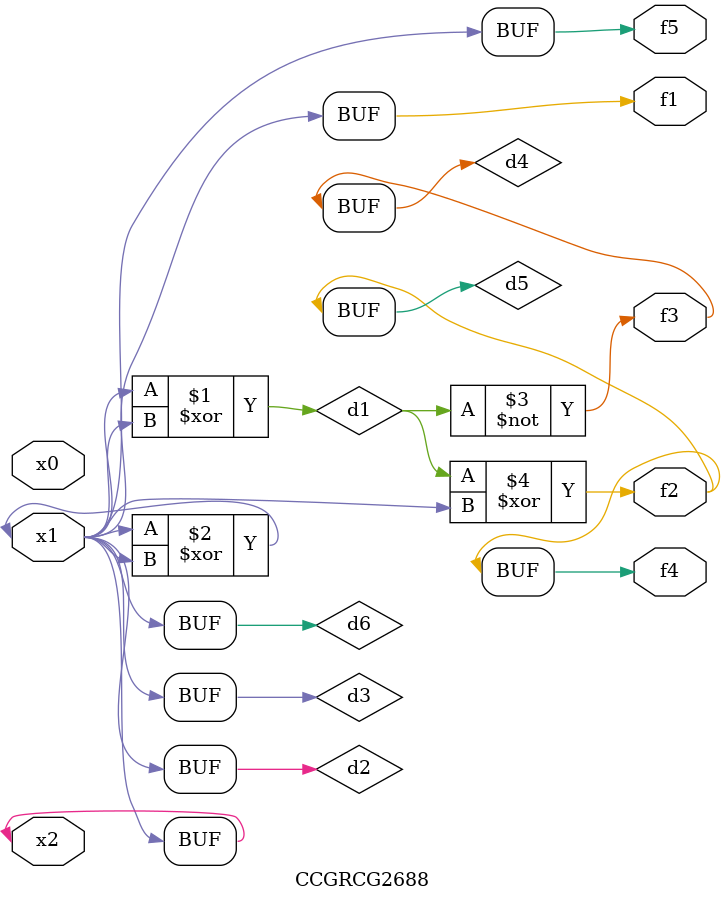
<source format=v>
module CCGRCG2688(
	input x0, x1, x2,
	output f1, f2, f3, f4, f5
);

	wire d1, d2, d3, d4, d5, d6;

	xor (d1, x1, x2);
	buf (d2, x1, x2);
	xor (d3, x1, x2);
	nor (d4, d1);
	xor (d5, d1, d2);
	buf (d6, d2, d3);
	assign f1 = d6;
	assign f2 = d5;
	assign f3 = d4;
	assign f4 = d5;
	assign f5 = d6;
endmodule

</source>
